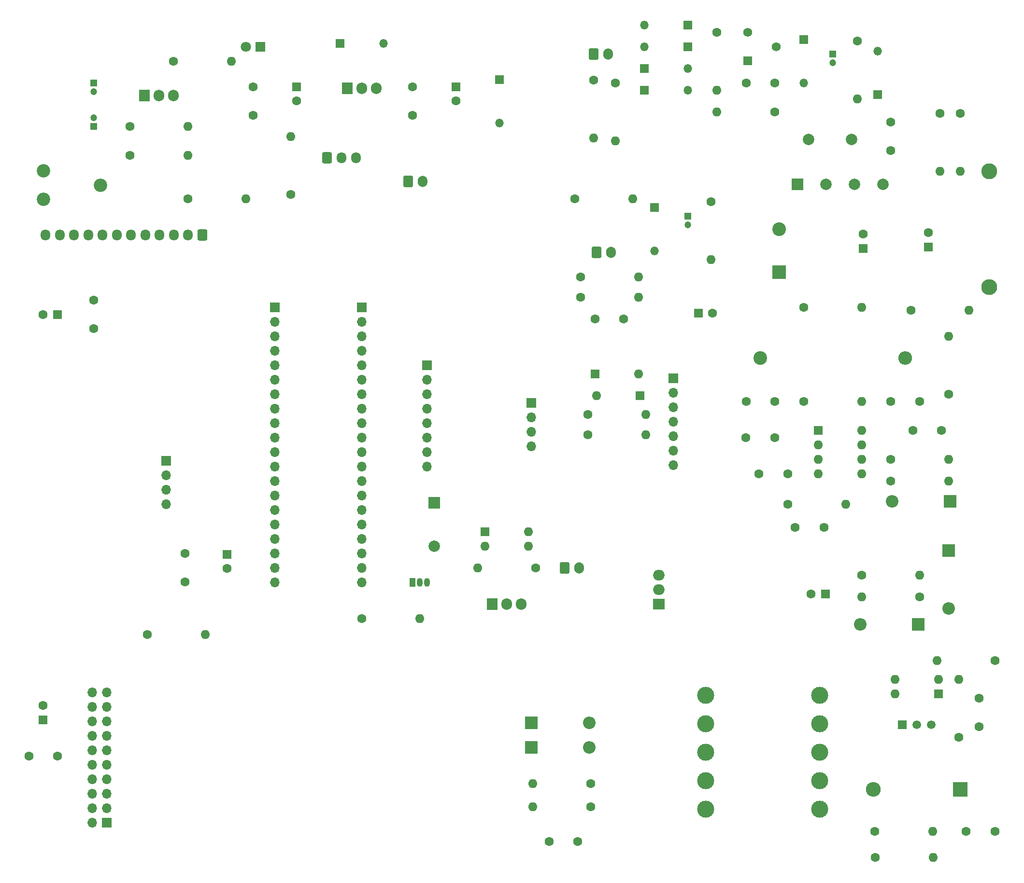
<source format=gbr>
%TF.GenerationSoftware,KiCad,Pcbnew,(6.99.0-1031-g46d719ed42)*%
%TF.CreationDate,2022-03-30T16:51:24+01:00*%
%TF.ProjectId,EnAcess PCB,456e4163-6573-4732-9050-43422e6b6963,rev?*%
%TF.SameCoordinates,Original*%
%TF.FileFunction,Soldermask,Top*%
%TF.FilePolarity,Negative*%
%FSLAX46Y46*%
G04 Gerber Fmt 4.6, Leading zero omitted, Abs format (unit mm)*
G04 Created by KiCad (PCBNEW (6.99.0-1031-g46d719ed42)) date 2022-03-30 16:51:24*
%MOMM*%
%LPD*%
G01*
G04 APERTURE LIST*
G04 Aperture macros list*
%AMRoundRect*
0 Rectangle with rounded corners*
0 $1 Rounding radius*
0 $2 $3 $4 $5 $6 $7 $8 $9 X,Y pos of 4 corners*
0 Add a 4 corners polygon primitive as box body*
4,1,4,$2,$3,$4,$5,$6,$7,$8,$9,$2,$3,0*
0 Add four circle primitives for the rounded corners*
1,1,$1+$1,$2,$3*
1,1,$1+$1,$4,$5*
1,1,$1+$1,$6,$7*
1,1,$1+$1,$8,$9*
0 Add four rect primitives between the rounded corners*
20,1,$1+$1,$2,$3,$4,$5,0*
20,1,$1+$1,$4,$5,$6,$7,0*
20,1,$1+$1,$6,$7,$8,$9,0*
20,1,$1+$1,$8,$9,$2,$3,0*%
G04 Aperture macros list end*
%ADD10RoundRect,0.250000X-0.600000X-0.750000X0.600000X-0.750000X0.600000X0.750000X-0.600000X0.750000X0*%
%ADD11O,1.700000X2.000000*%
%ADD12R,1.700000X1.700000*%
%ADD13O,1.700000X1.700000*%
%ADD14C,1.600000*%
%ADD15O,1.600000X1.600000*%
%ADD16R,1.600000X1.600000*%
%ADD17R,1.200000X1.200000*%
%ADD18C,1.200000*%
%ADD19R,2.000000X1.905000*%
%ADD20O,2.000000X1.905000*%
%ADD21R,1.500000X1.500000*%
%ADD22C,1.500000*%
%ADD23R,1.050000X1.500000*%
%ADD24O,1.050000X1.500000*%
%ADD25C,2.340000*%
%ADD26RoundRect,0.250000X0.600000X0.725000X-0.600000X0.725000X-0.600000X-0.725000X0.600000X-0.725000X0*%
%ADD27O,1.700000X1.950000*%
%ADD28C,3.000000*%
%ADD29O,1.500000X1.500000*%
%ADD30R,2.200000X2.200000*%
%ADD31O,2.200000X2.200000*%
%ADD32C,2.000000*%
%ADD33R,1.560000X1.560000*%
%ADD34C,1.560000*%
%ADD35R,1.905000X2.000000*%
%ADD36O,1.905000X2.000000*%
%ADD37C,2.800000*%
%ADD38O,2.800000X2.800000*%
%ADD39R,1.800000X1.800000*%
%ADD40C,1.800000*%
%ADD41C,2.400000*%
%ADD42O,2.400000X2.400000*%
%ADD43RoundRect,0.250000X-0.600000X-0.725000X0.600000X-0.725000X0.600000X0.725000X-0.600000X0.725000X0*%
%ADD44R,2.000000X2.000000*%
%ADD45R,2.400000X2.400000*%
%ADD46O,2.600000X2.600000*%
%ADD47R,2.600000X2.600000*%
G04 APERTURE END LIST*
D10*
%TO.C,J13*%
X87396000Y-48506500D03*
D11*
X89895999Y-48506499D03*
%TD*%
D12*
%TO.C,J12*%
X44957999Y-97545999D03*
D13*
X44957999Y-100085999D03*
X44957999Y-102625999D03*
X44957999Y-105165999D03*
%TD*%
D14*
%TO.C,R38*%
X169164000Y-162560000D03*
D15*
X179323999Y-162559999D03*
%TD*%
D14*
%TO.C,R37*%
X169242000Y-167146000D03*
D15*
X179401999Y-167145999D03*
%TD*%
D14*
%TO.C,C17*%
X190206000Y-162560000D03*
X185206000Y-162560000D03*
%TD*%
D15*
%TO.C,R31*%
X166877999Y-87121999D03*
D14*
X156718000Y-87122000D03*
%TD*%
%TO.C,C15*%
X25908000Y-149352000D03*
X20908000Y-149352000D03*
%TD*%
%TO.C,R24*%
X184150000Y-36576000D03*
D15*
X184149999Y-46735999D03*
%TD*%
D14*
%TO.C,C20*%
X67818000Y-34433000D03*
D16*
X67817999Y-31932999D03*
%TD*%
D17*
%TO.C,C2*%
X136397999Y-54609999D03*
D18*
X136398000Y-56110000D03*
%TD*%
D12*
%TO.C,J6*%
X64002999Y-70616999D03*
D13*
X64002999Y-73156999D03*
X64002999Y-75696999D03*
X64002999Y-78236999D03*
X64002999Y-80776999D03*
X64002999Y-83316999D03*
X64002999Y-85856999D03*
X64002999Y-88396999D03*
X64002999Y-90936999D03*
X64002999Y-93476999D03*
X64002999Y-96016999D03*
X64002999Y-98556999D03*
X64002999Y-101096999D03*
X64002999Y-103636999D03*
X64002999Y-106176999D03*
X64002999Y-108716999D03*
X64002999Y-111256999D03*
X64002999Y-113796999D03*
X64002999Y-116336999D03*
X64002999Y-118876999D03*
%TD*%
D16*
%TO.C,C26*%
X160527999Y-120903999D03*
D14*
X158028000Y-120904000D03*
%TD*%
%TO.C,R5*%
X141478000Y-22352000D03*
D15*
X141477999Y-32511999D03*
%TD*%
D14*
%TO.C,C8*%
X60198000Y-31933000D03*
X60198000Y-36933000D03*
%TD*%
%TO.C,TH1*%
X171958000Y-38100000D03*
X171958000Y-43100000D03*
%TD*%
D19*
%TO.C,Q3*%
X131317999Y-122681999D03*
D20*
X131317999Y-120141999D03*
X131317999Y-117601999D03*
%TD*%
D14*
%TO.C,R16*%
X140462000Y-52070000D03*
D15*
X140461999Y-62229999D03*
%TD*%
D14*
%TO.C,R11*%
X109728000Y-116332000D03*
D15*
X99567999Y-116331999D03*
%TD*%
D14*
%TO.C,R17*%
X66802000Y-50800000D03*
D15*
X66801999Y-40639999D03*
%TD*%
D21*
%TO.C,U6*%
X173989999Y-143869999D03*
D22*
X176530000Y-143870000D03*
X179070000Y-143870000D03*
%TD*%
D14*
%TO.C,C27*%
X117094000Y-164338000D03*
X112094000Y-164338000D03*
%TD*%
D12*
%TO.C,J1*%
X108965999Y-87375999D03*
D13*
X108965999Y-89915999D03*
X108965999Y-92455999D03*
X108965999Y-94995999D03*
%TD*%
D16*
%TO.C,D12*%
X128015999Y-86105999D03*
D15*
X120395999Y-86105999D03*
%TD*%
D23*
%TO.C,Q2*%
X88137999Y-118871999D03*
D24*
X89407999Y-118871999D03*
X90677999Y-118871999D03*
%TD*%
D14*
%TO.C,R23*%
X182118000Y-85852000D03*
D15*
X182117999Y-75691999D03*
%TD*%
D14*
%TO.C,R34*%
X118872000Y-89408000D03*
D15*
X129031999Y-89407999D03*
%TD*%
D25*
%TO.C,RV2*%
X23448000Y-51672000D03*
X33448000Y-49172000D03*
X23448000Y-46672000D03*
%TD*%
D16*
%TO.C,C5*%
X25907999Y-71881999D03*
D14*
X23408000Y-71882000D03*
%TD*%
D26*
%TO.C,J2*%
X51308000Y-57919500D03*
D27*
X48807999Y-57919499D03*
X46307999Y-57919499D03*
X43807999Y-57919499D03*
X41307999Y-57919499D03*
X38807999Y-57919499D03*
X36307999Y-57919499D03*
X33807999Y-57919499D03*
X31307999Y-57919499D03*
X28807999Y-57919499D03*
X26307999Y-57919499D03*
X23807999Y-57919499D03*
%TD*%
D28*
%TO.C,TR1*%
X159512000Y-138684000D03*
X159512000Y-143684000D03*
X159512000Y-148684000D03*
X159512000Y-153684000D03*
X159512000Y-158684000D03*
X139512000Y-158684000D03*
X139512000Y-153684000D03*
X139512000Y-148684000D03*
X139512000Y-143684000D03*
X139512000Y-138684000D03*
%TD*%
D14*
%TO.C,C12*%
X151638000Y-31242000D03*
X146638000Y-31242000D03*
%TD*%
%TO.C,R27*%
X156718000Y-70612000D03*
D15*
X166877999Y-70611999D03*
%TD*%
D21*
%TO.C,D4*%
X169671999Y-33278999D03*
D29*
X169671999Y-25658999D03*
%TD*%
D16*
%TO.C,C31*%
X138240887Y-71627999D03*
D14*
X140740888Y-71628000D03*
%TD*%
D17*
%TO.C,C21*%
X32257999Y-38861999D03*
D18*
X32258000Y-37362000D03*
%TD*%
D16*
%TO.C,C4*%
X95757999Y-31932999D03*
D14*
X95758000Y-34433000D03*
%TD*%
%TO.C,C23*%
X175848000Y-92202000D03*
X180848000Y-92202000D03*
%TD*%
%TO.C,R19*%
X180594000Y-36576000D03*
D15*
X180593999Y-46735999D03*
%TD*%
D30*
%TO.C,D14*%
X176783999Y-126237999D03*
D31*
X166623999Y-126237999D03*
%TD*%
D30*
%TO.C,D16*%
X108965999Y-143509999D03*
D31*
X119125999Y-143509999D03*
%TD*%
D14*
%TO.C,R36*%
X190246000Y-132588000D03*
D15*
X180085999Y-132587999D03*
%TD*%
D17*
%TO.C,C29*%
X161797999Y-26161999D03*
D18*
X161798000Y-27662000D03*
%TD*%
D10*
%TO.C,J8*%
X119928000Y-26162000D03*
D11*
X122427999Y-26161999D03*
%TD*%
D32*
%TO.C,C10*%
X165060000Y-41148000D03*
X157560000Y-41148000D03*
%TD*%
D14*
%TO.C,R28*%
X171958000Y-101092000D03*
D15*
X182117999Y-101091999D03*
%TD*%
D21*
%TO.C,D2*%
X75432999Y-24312999D03*
D29*
X83052999Y-24312999D03*
%TD*%
D21*
%TO.C,D7*%
X136397999Y-24891999D03*
D29*
X128777999Y-24891999D03*
%TD*%
D14*
%TO.C,R33*%
X183896000Y-146050000D03*
D15*
X183895999Y-135889999D03*
%TD*%
D33*
%TO.C,RV1*%
X146857999Y-27391999D03*
D34*
X151858000Y-24892000D03*
X146858000Y-22392000D03*
%TD*%
D30*
%TO.C,D13*%
X182371999Y-104647999D03*
D31*
X172211999Y-104647999D03*
%TD*%
D10*
%TO.C,J10*%
X120416000Y-60952500D03*
D11*
X122915999Y-60952499D03*
%TD*%
D16*
%TO.C,UC3843*%
X159267999Y-92211999D03*
D15*
X159267999Y-94751999D03*
X159267999Y-97291999D03*
X159267999Y-99831999D03*
X166887999Y-99831999D03*
X166887999Y-97291999D03*
X166887999Y-94751999D03*
X166887999Y-92211999D03*
%TD*%
D21*
%TO.C,D3*%
X130555999Y-53085999D03*
D29*
X130555999Y-60705999D03*
%TD*%
D14*
%TO.C,R1*%
X79248000Y-125222000D03*
D15*
X89407999Y-125221999D03*
%TD*%
D14*
%TO.C,C11*%
X48260000Y-113792000D03*
X48260000Y-118792000D03*
%TD*%
%TO.C,R8*%
X119888000Y-30734000D03*
D15*
X119887999Y-40893999D03*
%TD*%
D14*
%TO.C,R29*%
X171958000Y-97282000D03*
D15*
X182117999Y-97281999D03*
%TD*%
D14*
%TO.C,R20*%
X119380000Y-158242000D03*
D15*
X109219999Y-158241999D03*
%TD*%
D14*
%TO.C,R9*%
X166116000Y-23876000D03*
D15*
X166115999Y-34035999D03*
%TD*%
D35*
%TO.C,Q1*%
X102107999Y-122681999D03*
D36*
X104647999Y-122681999D03*
X107187999Y-122681999D03*
%TD*%
D10*
%TO.C,J7*%
X114828000Y-116324500D03*
D11*
X117327999Y-116324499D03*
%TD*%
D37*
%TO.C,R18*%
X189230000Y-46736000D03*
D38*
X189229999Y-67055999D03*
%TD*%
D39*
%TO.C,D1*%
X61467999Y-24891999D03*
D40*
X58928000Y-24892000D03*
%TD*%
D14*
%TO.C,R6*%
X116586000Y-51562000D03*
D15*
X126745999Y-51561999D03*
%TD*%
D14*
%TO.C,R3*%
X46228000Y-27432000D03*
D15*
X56387999Y-27431999D03*
%TD*%
D16*
%TO.C,C3*%
X23367999Y-143001999D03*
D14*
X23368000Y-140502000D03*
%TD*%
D21*
%TO.C,D9*%
X128772999Y-28701999D03*
D29*
X136392999Y-28701999D03*
%TD*%
D12*
%TO.C,J11*%
X133857999Y-83057999D03*
D13*
X133857999Y-85597999D03*
X133857999Y-88137999D03*
X133857999Y-90677999D03*
X133857999Y-93217999D03*
X133857999Y-95757999D03*
X133857999Y-98297999D03*
%TD*%
D14*
%TO.C,C22*%
X155234000Y-109220000D03*
X160234000Y-109220000D03*
%TD*%
D41*
%TO.C,R30*%
X149098000Y-79502000D03*
D42*
X174497999Y-79501999D03*
%TD*%
D30*
%TO.C,D17*%
X182117999Y-113283999D03*
D31*
X182117999Y-123443999D03*
%TD*%
D14*
%TO.C,R4*%
X41656000Y-128016000D03*
D15*
X51815999Y-128015999D03*
%TD*%
D16*
%TO.C,U4*%
X180329999Y-138434999D03*
D15*
X180329999Y-135894999D03*
X172709999Y-135894999D03*
X172709999Y-138434999D03*
%TD*%
D35*
%TO.C,U5*%
X41147999Y-33456999D03*
D36*
X43687999Y-33456999D03*
X46227999Y-33456999D03*
%TD*%
D14*
%TO.C,R15*%
X117602000Y-68834000D03*
D15*
X127761999Y-68833999D03*
%TD*%
D14*
%TO.C,R32*%
X153924000Y-105156000D03*
D15*
X164083999Y-105155999D03*
%TD*%
D21*
%TO.C,D10*%
X136392999Y-21081999D03*
D29*
X128772999Y-21081999D03*
%TD*%
D14*
%TO.C,R14*%
X38608000Y-43942000D03*
D15*
X48767999Y-43941999D03*
%TD*%
D14*
%TO.C,C24*%
X146598000Y-93472000D03*
X151598000Y-93472000D03*
%TD*%
D30*
%TO.C,D15*%
X108965999Y-147827999D03*
D31*
X119125999Y-147827999D03*
%TD*%
D14*
%TO.C,C25*%
X171998000Y-87122000D03*
X176998000Y-87122000D03*
%TD*%
%TO.C,R25*%
X166878000Y-117602000D03*
D15*
X177037999Y-117601999D03*
%TD*%
D43*
%TO.C,J9*%
X73192000Y-44404000D03*
D27*
X75691999Y-44403999D03*
X78191999Y-44403999D03*
%TD*%
D14*
%TO.C,R12*%
X117602000Y-65278000D03*
D15*
X127761999Y-65277999D03*
%TD*%
D16*
%TO.C,C30*%
X178561999Y-60045676D03*
D14*
X178562000Y-57545677D03*
%TD*%
D16*
%TO.C,U3*%
X100847999Y-109976999D03*
D15*
X100847999Y-112516999D03*
X108467999Y-112516999D03*
X108467999Y-109976999D03*
%TD*%
D14*
%TO.C,R26*%
X177038000Y-121412000D03*
D15*
X166877999Y-121411999D03*
%TD*%
D17*
%TO.C,C19*%
X32257999Y-31241999D03*
D18*
X32258000Y-32742000D03*
%TD*%
D35*
%TO.C,U2*%
X76707999Y-32186999D03*
D36*
X79247999Y-32186999D03*
X81787999Y-32186999D03*
%TD*%
D21*
%TO.C,D6*%
X103377999Y-30657999D03*
D29*
X103377999Y-38277999D03*
%TD*%
D13*
%TO.C,J4*%
X32003999Y-138175999D03*
X34543999Y-138175999D03*
X32003999Y-140715999D03*
X34543999Y-140715999D03*
X32003999Y-143255999D03*
X34543999Y-143255999D03*
X32003999Y-145795999D03*
X34543999Y-145795999D03*
X32003999Y-148335999D03*
X34543999Y-148335999D03*
X32003999Y-150875999D03*
X34543999Y-150875999D03*
X32003999Y-153415999D03*
X34543999Y-153415999D03*
X32003999Y-155955999D03*
X34543999Y-155955999D03*
X32003999Y-158495999D03*
X34543999Y-158495999D03*
X32003999Y-161035999D03*
D12*
X34543999Y-161035999D03*
%TD*%
D21*
%TO.C,D5*%
X128767999Y-32511999D03*
D29*
X136387999Y-32511999D03*
%TD*%
D16*
%TO.C,C6*%
X55625999Y-113944322D03*
D14*
X55626000Y-116444323D03*
%TD*%
D44*
%TO.C,D11*%
X155610499Y-49039499D03*
D32*
X160610500Y-49039500D03*
X165610500Y-49039500D03*
X170610500Y-49039500D03*
%TD*%
D21*
%TO.C,D8*%
X156717999Y-23621999D03*
D29*
X156717999Y-31241999D03*
%TD*%
D14*
%TO.C,C14*%
X88138000Y-31933000D03*
X88138000Y-36933000D03*
%TD*%
%TO.C,C18*%
X148884000Y-99822000D03*
X153884000Y-99822000D03*
%TD*%
D12*
%TO.C,J3*%
X90677999Y-80771999D03*
D13*
X90677999Y-83311999D03*
X90677999Y-85851999D03*
X90677999Y-88391999D03*
X90677999Y-90931999D03*
X90677999Y-93471999D03*
X90677999Y-96011999D03*
X90677999Y-98551999D03*
%TD*%
D16*
%TO.C,D18*%
X120141999Y-82295999D03*
D15*
X127761999Y-82295999D03*
%TD*%
D14*
%TO.C,R35*%
X118872000Y-92964000D03*
D15*
X129031999Y-92963999D03*
%TD*%
D14*
%TO.C,C13*%
X32258000Y-74382000D03*
X32258000Y-69382000D03*
%TD*%
D45*
%TO.C,C9*%
X152399999Y-64455266D03*
D41*
X152400000Y-56955267D03*
%TD*%
D14*
%TO.C,R2*%
X48768000Y-51562000D03*
D15*
X58927999Y-51561999D03*
%TD*%
D14*
%TO.C,R13*%
X38608000Y-38862000D03*
D15*
X48767999Y-38861999D03*
%TD*%
D14*
%TO.C,C7*%
X187452000Y-144232000D03*
X187452000Y-139232000D03*
%TD*%
%TO.C,C16*%
X146638000Y-87122000D03*
X151638000Y-87122000D03*
%TD*%
%TO.C,R21*%
X119380000Y-154178000D03*
D15*
X109219999Y-154177999D03*
%TD*%
D44*
%TO.C,BZ1*%
X91947999Y-104911999D03*
D32*
X91948000Y-112512000D03*
%TD*%
D14*
%TO.C,R22*%
X175514000Y-71120000D03*
D15*
X185673999Y-71119999D03*
%TD*%
D14*
%TO.C,C1*%
X120142000Y-72644000D03*
X125142000Y-72644000D03*
%TD*%
%TO.C,R10*%
X151638000Y-36322000D03*
D15*
X141477999Y-36321999D03*
%TD*%
D14*
%TO.C,R7*%
X123698000Y-31242000D03*
D15*
X123697999Y-41401999D03*
%TD*%
D46*
%TO.C,D19*%
X168909999Y-155193999D03*
D47*
X184149999Y-155193999D03*
%TD*%
D16*
%TO.C,C28*%
X167131999Y-60299676D03*
D14*
X167132000Y-57799677D03*
%TD*%
D12*
%TO.C,J5*%
X79242999Y-70616999D03*
D13*
X79242999Y-73156999D03*
X79242999Y-75696999D03*
X79242999Y-78236999D03*
X79242999Y-80776999D03*
X79242999Y-83316999D03*
X79242999Y-85856999D03*
X79242999Y-88396999D03*
X79242999Y-90936999D03*
X79242999Y-93476999D03*
X79242999Y-96016999D03*
X79242999Y-98556999D03*
X79242999Y-101096999D03*
X79242999Y-103636999D03*
X79242999Y-106176999D03*
X79242999Y-108716999D03*
X79242999Y-111256999D03*
X79242999Y-113796999D03*
X79242999Y-116336999D03*
X79242999Y-118876999D03*
%TD*%
M02*

</source>
